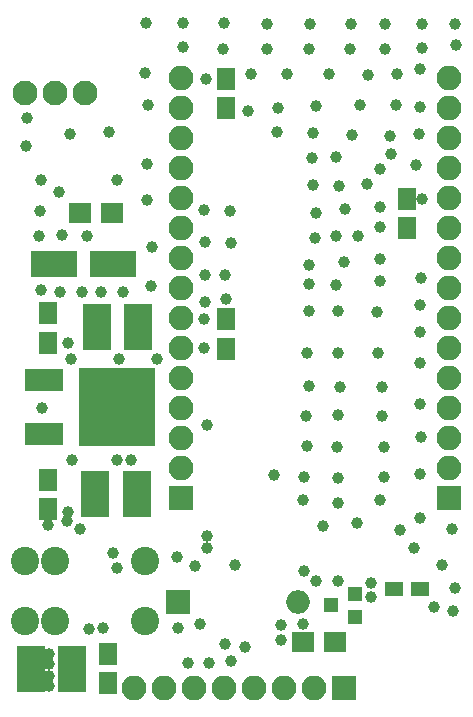
<source format=gts>
G04 #@! TF.FileFunction,Soldermask,Top*
%FSLAX46Y46*%
G04 Gerber Fmt 4.6, Leading zero omitted, Abs format (unit mm)*
G04 Created by KiCad (PCBNEW 4.0.6) date 01/20/18 13:59:34*
%MOMM*%
%LPD*%
G01*
G04 APERTURE LIST*
%ADD10C,0.100000*%
%ADD11R,2.400000X3.900000*%
%ADD12R,1.650000X1.900000*%
%ADD13R,2.000000X2.000000*%
%ADD14O,2.000000X2.000000*%
%ADD15R,1.900000X1.700000*%
%ADD16C,2.100000*%
%ADD17R,1.300000X1.200000*%
%ADD18R,1.600000X1.300000*%
%ADD19C,2.400000*%
%ADD20R,3.200000X1.900000*%
%ADD21R,6.500000X6.700000*%
%ADD22R,2.100000X2.100000*%
%ADD23O,2.100000X2.100000*%
%ADD24R,3.900000X2.200000*%
%ADD25C,1.000000*%
G04 APERTURE END LIST*
D10*
D11*
X7600000Y-28200000D03*
X11100000Y-28200000D03*
D12*
X3450000Y-27000000D03*
X3450000Y-29500000D03*
D11*
X5500000Y-57150000D03*
X2000000Y-57150000D03*
D12*
X3500000Y-41100000D03*
X3500000Y-43600000D03*
X8550000Y-58350000D03*
X8550000Y-55850000D03*
D11*
X7500000Y-42350000D03*
X11000000Y-42350000D03*
D12*
X33900000Y-17300000D03*
X33900000Y-19800000D03*
X18550000Y-30000000D03*
X18550000Y-27500000D03*
X18550000Y-7150000D03*
X18550000Y-9650000D03*
D13*
X14490000Y-51450000D03*
D14*
X24650000Y-51450000D03*
D15*
X8900000Y-18500000D03*
X6200000Y-18500000D03*
D16*
X6650000Y-8400000D03*
X4110000Y-8400000D03*
X1570000Y-8400000D03*
D17*
X29450000Y-52700000D03*
X29450000Y-50800000D03*
X27450000Y-51750000D03*
D15*
X27800000Y-54850000D03*
X25100000Y-54850000D03*
D18*
X34950000Y-50400000D03*
X32750000Y-50400000D03*
D19*
X1570000Y-53090000D03*
X1570000Y-48010000D03*
X4110000Y-53090000D03*
X4110000Y-48010000D03*
X11730000Y-53090000D03*
X11730000Y-48010000D03*
D20*
X3100000Y-32664000D03*
D21*
X9350000Y-34950000D03*
D20*
X3100000Y-37236000D03*
D22*
X28541100Y-58703600D03*
D23*
X26001100Y-58703600D03*
X23461100Y-58703600D03*
X20921100Y-58703600D03*
X18381100Y-58703600D03*
X15841100Y-58703600D03*
X13301100Y-58703600D03*
X10761100Y-58703600D03*
X14700000Y-7110000D03*
X14700000Y-9650000D03*
X14700000Y-12190000D03*
X14700000Y-14730000D03*
X14700000Y-17270000D03*
X14700000Y-19810000D03*
X14700000Y-22350000D03*
X14700000Y-24890000D03*
X14700000Y-27430000D03*
X14700000Y-29970000D03*
X14700000Y-32510000D03*
X14700000Y-35050000D03*
X14700000Y-37590000D03*
X14700000Y-40130000D03*
D22*
X14700000Y-42670000D03*
X37400000Y-42670000D03*
D23*
X37400000Y-40130000D03*
X37400000Y-37590000D03*
X37400000Y-35050000D03*
X37400000Y-32510000D03*
X37400000Y-29970000D03*
X37400000Y-27430000D03*
X37400000Y-24890000D03*
X37400000Y-22350000D03*
X37400000Y-19810000D03*
X37400000Y-17270000D03*
X37400000Y-14730000D03*
X37400000Y-12190000D03*
X37400000Y-9650000D03*
X37400000Y-7110000D03*
D24*
X3950000Y-22850000D03*
X8950000Y-22850000D03*
D25*
X37800000Y-52200000D03*
X36200000Y-51900000D03*
X37950000Y-50300000D03*
X36800000Y-48300000D03*
X34500000Y-46850000D03*
X26750000Y-45050000D03*
X29600000Y-44750000D03*
X31550000Y-42850000D03*
X28000000Y-43100000D03*
X25100000Y-42850000D03*
X25150000Y-40850000D03*
X28050000Y-40950000D03*
X31900000Y-40850000D03*
X31900000Y-38350000D03*
X27950000Y-38350000D03*
X25400000Y-38250000D03*
X25300000Y-35700000D03*
X28000000Y-35600000D03*
X31800000Y-35700000D03*
X31800000Y-33300000D03*
X28200000Y-33300000D03*
X25550000Y-33200000D03*
X25400000Y-30350000D03*
X28050000Y-30400000D03*
X31400000Y-30400000D03*
X31300000Y-26950000D03*
X28000000Y-26800000D03*
X25550000Y-26800000D03*
X27900000Y-24600000D03*
X25550000Y-24500000D03*
X25600000Y-22950000D03*
X28550000Y-22700000D03*
X31550000Y-24250000D03*
X29750000Y-20500000D03*
X27850000Y-20500000D03*
X26050000Y-20650000D03*
X26150000Y-18500000D03*
X28650000Y-18150000D03*
X31550000Y-18000000D03*
X30500000Y-16100000D03*
X28100000Y-16250000D03*
X25950000Y-16150000D03*
X32550000Y-13500000D03*
X27900000Y-13800000D03*
X25850000Y-13850000D03*
X34850000Y-11850000D03*
X32450000Y-12000000D03*
X29250000Y-11900000D03*
X25950000Y-11750000D03*
X22850000Y-11700000D03*
X22950000Y-9650000D03*
X26150000Y-9500000D03*
X29900000Y-9350000D03*
X32950000Y-9350000D03*
X33050000Y-6800000D03*
X30550000Y-6850000D03*
X27250000Y-6750000D03*
X23700000Y-6750000D03*
X20400000Y-9900000D03*
X20650000Y-6750000D03*
X35150000Y-4550000D03*
X32000000Y-4600000D03*
X29050000Y-4600000D03*
X25600000Y-4600000D03*
X22000000Y-4600000D03*
X18300000Y-4600000D03*
X14950000Y-4500000D03*
X37650000Y-45300000D03*
X35000000Y-44350000D03*
X33250000Y-45400000D03*
X34950000Y-40600000D03*
X35050000Y-37500000D03*
X34950000Y-34700000D03*
X34950000Y-31200000D03*
X34950000Y-28600000D03*
X35000000Y-26300000D03*
X35050000Y-24050000D03*
X31550000Y-22400000D03*
X31550000Y-19750000D03*
X31550000Y-14800000D03*
X34600000Y-14500000D03*
X35000000Y-9550000D03*
X35000000Y-6350000D03*
X38000000Y-4300000D03*
X37950000Y-2500000D03*
X35150000Y-2500000D03*
X32000000Y-2500000D03*
X29100000Y-2500000D03*
X25650000Y-2500000D03*
X22050000Y-2500000D03*
X18400000Y-2450000D03*
X14950000Y-2450000D03*
X6800000Y-20450000D03*
X4700000Y-20400000D03*
X2700000Y-20450000D03*
X2800000Y-18400000D03*
X4400000Y-16750000D03*
X2900000Y-15750000D03*
X1600000Y-12850000D03*
X1700000Y-10500000D03*
X5350000Y-11850000D03*
X8650000Y-11700000D03*
X11700000Y-6700000D03*
X11800000Y-2450000D03*
X25100000Y-53300000D03*
X23200000Y-53450000D03*
X23200000Y-54700000D03*
X16700000Y-18300000D03*
X18900000Y-18350000D03*
X18950000Y-21100000D03*
X16750000Y-20950000D03*
X16750000Y-23750000D03*
X18500000Y-23750000D03*
X18550000Y-25850000D03*
X16750000Y-26050000D03*
X16700000Y-27500000D03*
X19000000Y-56500000D03*
X18500000Y-55050000D03*
X17150000Y-56650000D03*
X15300000Y-56650000D03*
X16350000Y-53300000D03*
X14500000Y-53700000D03*
X26200000Y-49650000D03*
X28000000Y-49650000D03*
X30850000Y-51000000D03*
X30850000Y-49850000D03*
X25150000Y-48850000D03*
X19300000Y-48350000D03*
X15900000Y-48400000D03*
X14400000Y-47650000D03*
X9300000Y-48600000D03*
X9000000Y-47350000D03*
X10500000Y-39400000D03*
X5500000Y-39400000D03*
X9350000Y-39400000D03*
X2950000Y-35000000D03*
X12750000Y-30900000D03*
X9450000Y-30900000D03*
X5400000Y-30850000D03*
X5150000Y-29500000D03*
X11950000Y-9400000D03*
X11900000Y-14400000D03*
X9300000Y-15700000D03*
X11850000Y-17450000D03*
X12300000Y-21400000D03*
X12200000Y-24750000D03*
X2850000Y-25050000D03*
X4500000Y-25250000D03*
X6400000Y-25250000D03*
X7950000Y-25250000D03*
X9800000Y-25200000D03*
X3500000Y-44950000D03*
X5150000Y-43850000D03*
X6200000Y-45300000D03*
X5050000Y-44600000D03*
X3550000Y-58600000D03*
X3550000Y-56750000D03*
X3550000Y-57750000D03*
X3550000Y-55850000D03*
X6950000Y-53750000D03*
X8150000Y-53650000D03*
X35150000Y-17350000D03*
X16950000Y-36450000D03*
X16950000Y-46850000D03*
X16950000Y-45850000D03*
X16650000Y-29950000D03*
X16850000Y-7150000D03*
X20150000Y-55250000D03*
X22650000Y-40750000D03*
M02*

</source>
